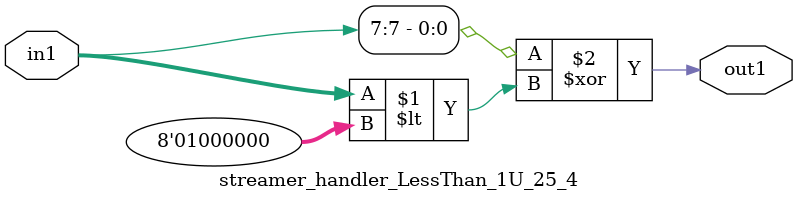
<source format=v>

`timescale 1ps / 1ps


module streamer_handler_LessThan_1U_25_4( in1, out1 );

    input [7:0] in1;
    output out1;

    
    // rtl_process:streamer_handler_LessThan_1U_25_4/streamer_handler_LessThan_1U_25_4_thread_1
    assign out1 = (in1[7] ^ in1 < 8'd064);

endmodule



</source>
